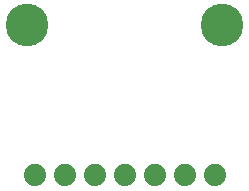
<source format=gbr>
G04 EAGLE Gerber RS-274X export*
G75*
%MOMM*%
%FSLAX34Y34*%
%LPD*%
%INSoldermask Bottom*%
%IPPOS*%
%AMOC8*
5,1,8,0,0,1.08239X$1,22.5*%
G01*
%ADD10C,3.617600*%
%ADD11C,1.879600*%


D10*
X25400Y152400D03*
X190500Y152400D03*
D11*
X31750Y25400D03*
X57150Y25400D03*
X82550Y25400D03*
X107950Y25400D03*
X133350Y25400D03*
X158750Y25400D03*
X184150Y25400D03*
M02*

</source>
